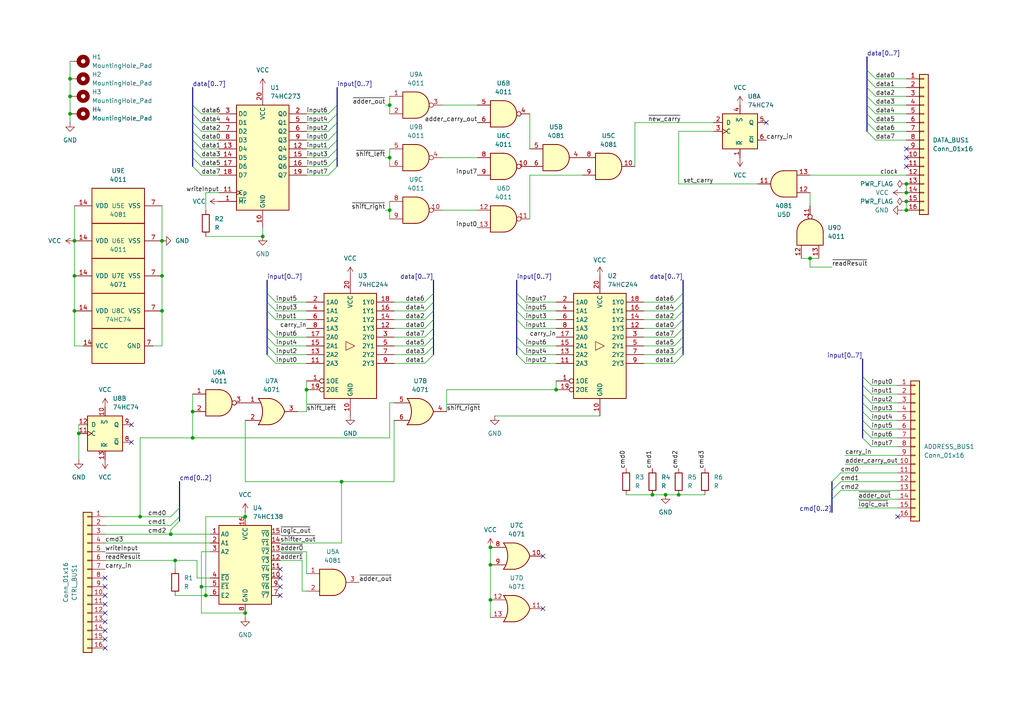
<source format=kicad_sch>
(kicad_sch (version 20250114) (generator "eeschema") (generator_version "9.0")
  (paper "A4")
  (title_block (title "PC-04 ALU Backplane") (date "2025-02-20") (rev "A"))
  (junction (at 21.59 69.85))
  (junction (at 58.42 170.18))
  (junction (at 55.88 127))
  (junction (at 142.24 163.83))
  (junction (at 21.59 90.17))
  (junction (at 71.12 177.8))
  (junction (at 49.53 154.94))
  (junction (at 46.99 80.01))
  (junction (at 234.95 74.93))
  (junction (at 20.32 33.02))
  (junction (at 262.89 53.34))
  (junction (at 46.99 69.85))
  (junction (at 21.59 80.01))
  (junction (at 50.8 162.56))
  (junction (at 59.69 172.72))
  (junction (at 20.32 27.94))
  (junction (at 76.2 68.58))
  (junction (at 40.64 149.86))
  (junction (at 99.06 139.7))
  (junction (at 46.99 90.17))
  (junction (at 262.89 58.42))
  (junction (at 55.88 119.38))
  (junction (at 142.24 158.75))
  (junction (at 88.9 113.03))
  (junction (at 196.85 143.51))
  (junction (at 161.29 113.03))
  (junction (at 189.23 143.51))
  (junction (at 22.86 125.73))
  (junction (at 113.03 60.96))
  (junction (at 20.32 22.86))
  (junction (at 142.24 173.99))
  (junction (at 262.89 55.88))
  (junction (at 113.03 45.72))
  (junction (at 262.89 60.96))
  (junction (at 193.04 143.51))
  (junction (at 71.12 149.86))
  (junction (at 113.03 30.48))
  (no_connect (at 30.48 170.18))
  (no_connect (at 262.89 48.26))
  (no_connect (at 30.48 187.96))
  (no_connect (at 262.89 43.18))
  (no_connect (at 222.25 35.56))
  (no_connect (at 262.89 45.72))
  (no_connect (at 30.48 167.64))
  (no_connect (at 30.48 182.88))
  (no_connect (at 38.1 128.27))
  (no_connect (at 30.48 185.42))
  (no_connect (at 30.48 180.34))
  (no_connect (at 81.28 167.64))
  (no_connect (at 81.28 170.18))
  (no_connect (at 30.48 172.72))
  (no_connect (at 157.48 176.53))
  (no_connect (at 30.48 175.26))
  (no_connect (at 30.48 177.8))
  (no_connect (at 81.28 172.72))
  (no_connect (at 157.48 161.29))
  (no_connect (at 81.28 165.1))
  (no_connect (at 260.35 149.86))
  (no_connect (at 38.1 123.19))
  (bus_entry (at 149.86 90.17) (size 2.54 2.54))
  (bus_entry (at 241.3 142.24) (size 2.54 -2.54))
  (bus_entry (at 77.47 90.17) (size 2.54 2.54))
  (bus_entry (at 251.46 20.32) (size 2.54 2.54))
  (bus_entry (at 55.88 30.48) (size 2.54 2.54))
  (bus_entry (at 77.47 85.09) (size 2.54 2.54))
  (bus_entry (at 55.88 35.56) (size 2.54 2.54))
  (bus_entry (at 149.86 85.09) (size 2.54 2.54))
  (bus_entry (at 251.46 33.02) (size 2.54 2.54))
  (bus_entry (at 77.47 95.25) (size 2.54 2.54))
  (bus_entry (at 97.79 43.18) (size -2.54 2.54))
  (bus_entry (at 251.46 22.86) (size 2.54 2.54))
  (bus_entry (at 97.79 35.56) (size -2.54 2.54))
  (bus_entry (at 198.12 95.25) (size -2.54 2.54))
  (bus_entry (at 198.12 92.71) (size -2.54 2.54))
  (bus_entry (at 97.79 30.48) (size -2.54 2.54))
  (bus_entry (at 125.73 100.33) (size -2.54 2.54))
  (bus_entry (at 97.79 45.72) (size -2.54 2.54))
  (bus_entry (at 149.86 87.63) (size 2.54 2.54))
  (bus_entry (at 55.88 48.26) (size 2.54 2.54))
  (bus_entry (at 251.46 25.4) (size 2.54 2.54))
  (bus_entry (at 250.19 119.38) (size 2.54 2.54))
  (bus_entry (at 77.47 100.33) (size 2.54 2.54))
  (bus_entry (at 251.46 35.56) (size 2.54 2.54))
  (bus_entry (at 149.86 100.33) (size 2.54 2.54))
  (bus_entry (at 125.73 87.63) (size -2.54 2.54))
  (bus_entry (at 198.12 85.09) (size -2.54 2.54))
  (bus_entry (at 250.19 127) (size 2.54 2.54))
  (bus_entry (at 49.53 153.67) (size 2.54 -2.54))
  (bus_entry (at 97.79 48.26) (size -2.54 2.54))
  (bus_entry (at 125.73 90.17) (size -2.54 2.54))
  (bus_entry (at 241.3 144.78) (size 2.54 -2.54))
  (bus_entry (at 198.12 97.79) (size -2.54 2.54))
  (bus_entry (at 125.73 85.09) (size -2.54 2.54))
  (bus_entry (at 250.19 114.3) (size 2.54 2.54))
  (bus_entry (at 250.19 116.84) (size 2.54 2.54))
  (bus_entry (at 198.12 90.17) (size -2.54 2.54))
  (bus_entry (at 250.19 124.46) (size 2.54 2.54))
  (bus_entry (at 55.88 38.1) (size 2.54 2.54))
  (bus_entry (at 149.86 97.79) (size 2.54 2.54))
  (bus_entry (at 241.3 139.7) (size 2.54 -2.54))
  (bus_entry (at 55.88 43.18) (size 2.54 2.54))
  (bus_entry (at 125.73 102.87) (size -2.54 2.54))
  (bus_entry (at 251.46 38.1) (size 2.54 2.54))
  (bus_entry (at 198.12 87.63) (size -2.54 2.54))
  (bus_entry (at 198.12 102.87) (size -2.54 2.54))
  (bus_entry (at 97.79 38.1) (size -2.54 2.54))
  (bus_entry (at 77.47 97.79) (size 2.54 2.54))
  (bus_entry (at 198.12 100.33) (size -2.54 2.54))
  (bus_entry (at 251.46 30.48) (size 2.54 2.54))
  (bus_entry (at 250.19 121.92) (size 2.54 2.54))
  (bus_entry (at 52.07 149.86) (size -2.54 2.54))
  (bus_entry (at 125.73 97.79) (size -2.54 2.54))
  (bus_entry (at 55.88 33.02) (size 2.54 2.54))
  (bus_entry (at 251.46 27.94) (size 2.54 2.54))
  (bus_entry (at 55.88 40.64) (size 2.54 2.54))
  (bus_entry (at 77.47 102.87) (size 2.54 2.54))
  (bus_entry (at 55.88 45.72) (size 2.54 2.54))
  (bus_entry (at 77.47 87.63) (size 2.54 2.54))
  (bus_entry (at 149.86 92.71) (size 2.54 2.54))
  (bus_entry (at 250.19 109.22) (size 2.54 2.54))
  (bus_entry (at 149.86 102.87) (size 2.54 2.54))
  (bus_entry (at 97.79 40.64) (size -2.54 2.54))
  (bus_entry (at 125.73 95.25) (size -2.54 2.54))
  (bus_entry (at 250.19 111.76) (size 2.54 2.54))
  (bus_entry (at 52.07 147.32) (size -2.54 2.54))
  (bus_entry (at 97.79 33.02) (size -2.54 2.54))
  (bus_entry (at 125.73 92.71) (size -2.54 2.54))
  (wire (pts (xy 234.95 55.88) (xy 234.95 59.69)))
  (bus (pts (xy 198.12 81.28) (xy 198.12 85.09)))
  (wire (pts (xy 123.19 105.41) (xy 114.3 105.41)))
  (wire (pts (xy 252.73 121.92) (xy 260.35 121.92)))
  (wire (pts (xy 46.99 69.85) (xy 46.99 80.01)))
  (bus (pts (xy 97.79 35.56) (xy 97.79 38.1)))
  (wire (pts (xy 71.12 139.7) (xy 99.06 139.7)))
  (wire (pts (xy 58.42 48.26) (xy 63.5 48.26)))
  (bus (pts (xy 97.79 40.64) (xy 97.79 43.18)))
  (wire (pts (xy 58.42 35.56) (xy 63.5 35.56)))
  (wire (pts (xy 152.4 87.63) (xy 161.29 87.63)))
  (wire (pts (xy 58.42 33.02) (xy 63.5 33.02)))
  (wire (pts (xy 261.62 60.96) (xy 262.89 60.96)))
  (wire (pts (xy 87.63 162.56) (xy 87.63 171.45)))
  (wire (pts (xy 254 40.64) (xy 262.89 40.64)))
  (wire (pts (xy 196.85 38.1) (xy 207.01 38.1)))
  (bus (pts (xy 149.86 81.28) (xy 149.86 85.09)))
  (wire (pts (xy 71.12 121.92) (xy 71.12 139.7)))
  (wire (pts (xy 57.15 167.64) (xy 60.96 167.64)))
  (wire (pts (xy 30.48 152.4) (xy 49.53 152.4)))
  (wire (pts (xy 80.01 105.41) (xy 88.9 105.41)))
  (wire (pts (xy 152.4 95.25) (xy 161.29 95.25)))
  (wire (pts (xy 252.73 116.84) (xy 260.35 116.84)))
  (wire (pts (xy 243.84 139.7) (xy 260.35 139.7)))
  (bus (pts (xy 97.79 43.18) (xy 97.79 45.72)))
  (bus (pts (xy 198.12 100.33) (xy 198.12 102.87)))
  (bus (pts (xy 149.86 92.71) (xy 149.86 97.79)))
  (wire (pts (xy 152.4 92.71) (xy 161.29 92.71)))
  (bus (pts (xy 55.88 35.56) (xy 55.88 38.1)))
  (wire (pts (xy 123.19 90.17) (xy 114.3 90.17)))
  (wire (pts (xy 152.4 100.33) (xy 161.29 100.33)))
  (wire (pts (xy 161.29 110.49) (xy 161.29 113.03)))
  (wire (pts (xy 88.9 113.03) (xy 88.9 119.38)))
  (wire (pts (xy 234.95 77.47) (xy 234.95 74.93)))
  (bus (pts (xy 251.46 35.56) (xy 251.46 38.1)))
  (wire (pts (xy 113.03 58.42) (xy 113.03 60.96)))
  (wire (pts (xy 58.42 160.02) (xy 60.96 160.02)))
  (wire (pts (xy 49.53 153.67) (xy 49.53 154.94)))
  (wire (pts (xy 80.01 92.71) (xy 88.9 92.71)))
  (bus (pts (xy 250.19 119.38) (xy 250.19 121.92)))
  (wire (pts (xy 88.9 33.02) (xy 95.25 33.02)))
  (wire (pts (xy 152.4 90.17) (xy 161.29 90.17)))
  (bus (pts (xy 125.73 81.28) (xy 125.73 85.09)))
  (bus (pts (xy 241.3 142.24) (xy 241.3 144.78)))
  (wire (pts (xy 20.32 27.94) (xy 20.32 33.02)))
  (wire (pts (xy 57.15 162.56) (xy 57.15 167.64)))
  (wire (pts (xy 20.32 17.78) (xy 20.32 22.86)))
  (wire (pts (xy 241.3 77.47) (xy 234.95 77.47)))
  (wire (pts (xy 88.9 45.72) (xy 95.25 45.72)))
  (bus (pts (xy 250.19 111.76) (xy 250.19 114.3)))
  (bus (pts (xy 250.19 124.46) (xy 250.19 127)))
  (wire (pts (xy 195.58 102.87) (xy 186.69 102.87)))
  (wire (pts (xy 44.45 100.33) (xy 46.99 100.33)))
  (wire (pts (xy 254 25.4) (xy 262.89 25.4)))
  (bus (pts (xy 125.73 85.09) (xy 125.73 87.63)))
  (wire (pts (xy 111.76 60.96) (xy 113.03 60.96)))
  (wire (pts (xy 153.67 33.02) (xy 153.67 43.18)))
  (wire (pts (xy 252.73 114.3) (xy 260.35 114.3)))
  (bus (pts (xy 125.73 92.71) (xy 125.73 95.25)))
  (wire (pts (xy 195.58 105.41) (xy 186.69 105.41)))
  (wire (pts (xy 80.01 90.17) (xy 88.9 90.17)))
  (wire (pts (xy 80.01 102.87) (xy 88.9 102.87)))
  (bus (pts (xy 250.19 114.3) (xy 250.19 116.84)))
  (wire (pts (xy 245.11 134.62) (xy 260.35 134.62)))
  (bus (pts (xy 149.86 87.63) (xy 149.86 90.17)))
  (wire (pts (xy 88.9 35.56) (xy 95.25 35.56)))
  (bus (pts (xy 125.73 90.17) (xy 125.73 92.71)))
  (wire (pts (xy 88.9 48.26) (xy 95.25 48.26)))
  (wire (pts (xy 113.03 60.96) (xy 113.03 63.5)))
  (bus (pts (xy 149.86 100.33) (xy 149.86 102.87)))
  (wire (pts (xy 21.59 80.01) (xy 21.59 90.17)))
  (wire (pts (xy 234.95 74.93) (xy 237.49 74.93)))
  (bus (pts (xy 198.12 90.17) (xy 198.12 92.71)))
  (wire (pts (xy 195.58 87.63) (xy 186.69 87.63)))
  (bus (pts (xy 77.47 87.63) (xy 77.47 90.17)))
  (bus (pts (xy 52.07 139.7) (xy 52.07 147.32)))
  (bus (pts (xy 149.86 90.17) (xy 149.86 92.71)))
  (wire (pts (xy 243.84 142.24) (xy 260.35 142.24)))
  (bus (pts (xy 97.79 25.4) (xy 97.79 30.48)))
  (wire (pts (xy 50.8 162.56) (xy 50.8 165.1)))
  (wire (pts (xy 128.27 60.96) (xy 138.43 60.96)))
  (wire (pts (xy 88.9 50.8) (xy 95.25 50.8)))
  (bus (pts (xy 251.46 25.4) (xy 251.46 27.94)))
  (bus (pts (xy 97.79 45.72) (xy 97.79 48.26)))
  (bus (pts (xy 52.07 149.86) (xy 52.07 151.13)))
  (wire (pts (xy 111.76 30.48) (xy 113.03 30.48)))
  (wire (pts (xy 123.19 95.25) (xy 114.3 95.25)))
  (wire (pts (xy 254 27.94) (xy 262.89 27.94)))
  (wire (pts (xy 113.03 30.48) (xy 113.03 33.02)))
  (wire (pts (xy 55.88 119.38) (xy 55.88 114.3)))
  (wire (pts (xy 50.8 162.56) (xy 57.15 162.56)))
  (wire (pts (xy 59.69 172.72) (xy 60.96 172.72)))
  (wire (pts (xy 30.48 162.56) (xy 50.8 162.56)))
  (bus (pts (xy 198.12 85.09) (xy 198.12 87.63)))
  (wire (pts (xy 71.12 177.8) (xy 71.12 179.07)))
  (wire (pts (xy 50.8 172.72) (xy 59.69 172.72)))
  (bus (pts (xy 55.88 25.4) (xy 55.88 30.48)))
  (wire (pts (xy 113.03 27.94) (xy 113.03 30.48)))
  (wire (pts (xy 88.9 43.18) (xy 95.25 43.18)))
  (wire (pts (xy 58.42 40.64) (xy 63.5 40.64)))
  (bus (pts (xy 251.46 22.86) (xy 251.46 25.4)))
  (wire (pts (xy 248.92 144.78) (xy 260.35 144.78)))
  (wire (pts (xy 24.13 100.33) (xy 21.59 100.33)))
  (wire (pts (xy 22.86 123.19) (xy 22.86 125.73)))
  (wire (pts (xy 123.19 102.87) (xy 114.3 102.87)))
  (wire (pts (xy 129.54 119.38) (xy 129.54 113.03)))
  (bus (pts (xy 77.47 100.33) (xy 77.47 102.87)))
  (bus (pts (xy 198.12 95.25) (xy 198.12 97.79)))
  (bus (pts (xy 125.73 87.63) (xy 125.73 90.17)))
  (bus (pts (xy 52.07 147.32) (xy 52.07 149.86)))
  (bus (pts (xy 149.86 85.09) (xy 149.86 87.63)))
  (bus (pts (xy 97.79 38.1) (xy 97.79 40.64)))
  (bus (pts (xy 251.46 16.51) (xy 251.46 20.32)))
  (wire (pts (xy 254 30.48) (xy 262.89 30.48)))
  (wire (pts (xy 46.99 100.33) (xy 46.99 90.17)))
  (wire (pts (xy 128.27 45.72) (xy 138.43 45.72)))
  (wire (pts (xy 99.06 139.7) (xy 114.3 139.7)))
  (wire (pts (xy 81.28 160.02) (xy 88.9 160.02)))
  (bus (pts (xy 198.12 97.79) (xy 198.12 100.33)))
  (bus (pts (xy 250.19 104.14) (xy 250.19 109.22)))
  (wire (pts (xy 195.58 95.25) (xy 186.69 95.25)))
  (wire (pts (xy 58.42 45.72) (xy 63.5 45.72)))
  (bus (pts (xy 55.88 45.72) (xy 55.88 48.26)))
  (wire (pts (xy 254 35.56) (xy 262.89 35.56)))
  (wire (pts (xy 30.48 154.94) (xy 49.53 154.94)))
  (wire (pts (xy 59.69 149.86) (xy 59.69 172.72)))
  (wire (pts (xy 196.85 53.34) (xy 196.85 38.1)))
  (wire (pts (xy 189.23 143.51) (xy 193.04 143.51)))
  (wire (pts (xy 245.11 132.08) (xy 260.35 132.08)))
  (bus (pts (xy 250.19 116.84) (xy 250.19 119.38)))
  (wire (pts (xy 21.59 69.85) (xy 21.59 80.01)))
  (wire (pts (xy 254 33.02) (xy 262.89 33.02)))
  (wire (pts (xy 59.69 55.88) (xy 59.69 60.96)))
  (wire (pts (xy 76.2 66.04) (xy 76.2 68.58)))
  (bus (pts (xy 55.88 38.1) (xy 55.88 40.64)))
  (wire (pts (xy 195.58 97.79) (xy 186.69 97.79)))
  (wire (pts (xy 193.04 143.51) (xy 196.85 143.51)))
  (wire (pts (xy 152.4 102.87) (xy 161.29 102.87)))
  (wire (pts (xy 81.28 162.56) (xy 87.63 162.56)))
  (wire (pts (xy 123.19 87.63) (xy 114.3 87.63)))
  (wire (pts (xy 196.85 53.34) (xy 219.71 53.34)))
  (wire (pts (xy 58.42 170.18) (xy 58.42 160.02)))
  (bus (pts (xy 251.46 30.48) (xy 251.46 33.02)))
  (wire (pts (xy 22.86 125.73) (xy 22.86 133.35)))
  (bus (pts (xy 198.12 92.71) (xy 198.12 95.25)))
  (wire (pts (xy 81.28 157.48) (xy 99.06 157.48)))
  (wire (pts (xy 261.62 55.88) (xy 262.89 55.88)))
  (wire (pts (xy 113.03 127) (xy 55.88 127)))
  (wire (pts (xy 30.48 149.86) (xy 40.64 149.86)))
  (bus (pts (xy 250.19 121.92) (xy 250.19 124.46)))
  (wire (pts (xy 58.42 177.8) (xy 58.42 170.18)))
  (bus (pts (xy 251.46 33.02) (xy 251.46 35.56)))
  (bus (pts (xy 97.79 30.48) (xy 97.79 33.02)))
  (bus (pts (xy 77.47 81.28) (xy 77.47 85.09)))
  (wire (pts (xy 80.01 100.33) (xy 88.9 100.33)))
  (bus (pts (xy 125.73 95.25) (xy 125.73 97.79)))
  (wire (pts (xy 153.67 50.8) (xy 153.67 63.5)))
  (wire (pts (xy 123.19 92.71) (xy 114.3 92.71)))
  (wire (pts (xy 95.25 40.64) (xy 88.9 40.64)))
  (wire (pts (xy 58.42 38.1) (xy 63.5 38.1)))
  (bus (pts (xy 125.73 97.79) (xy 125.73 100.33)))
  (wire (pts (xy 71.12 148.59) (xy 71.12 149.86)))
  (wire (pts (xy 234.95 50.8) (xy 262.89 50.8)))
  (wire (pts (xy 80.01 87.63) (xy 88.9 87.63)))
  (wire (pts (xy 71.12 149.86) (xy 59.69 149.86)))
  (wire (pts (xy 252.73 124.46) (xy 260.35 124.46)))
  (bus (pts (xy 77.47 90.17) (xy 77.47 95.25)))
  (wire (pts (xy 181.61 143.51) (xy 189.23 143.51)))
  (wire (pts (xy 123.19 100.33) (xy 114.3 100.33)))
  (wire (pts (xy 88.9 38.1) (xy 95.25 38.1)))
  (wire (pts (xy 207.01 35.56) (xy 184.15 35.56)))
  (wire (pts (xy 113.03 45.72) (xy 113.03 48.26)))
  (bus (pts (xy 77.47 97.79) (xy 77.47 100.33)))
  (wire (pts (xy 114.3 139.7) (xy 114.3 121.92)))
  (wire (pts (xy 87.63 171.45) (xy 88.9 171.45)))
  (wire (pts (xy 21.59 59.69) (xy 21.59 69.85)))
  (bus (pts (xy 251.46 20.32) (xy 251.46 22.86)))
  (wire (pts (xy 63.5 55.88) (xy 59.69 55.88)))
  (bus (pts (xy 241.3 139.7) (xy 241.3 142.24)))
  (wire (pts (xy 254 22.86) (xy 262.89 22.86)))
  (wire (pts (xy 195.58 90.17) (xy 186.69 90.17)))
  (wire (pts (xy 49.53 154.94) (xy 60.96 154.94)))
  (bus (pts (xy 77.47 85.09) (xy 77.47 87.63)))
  (wire (pts (xy 58.42 50.8) (xy 63.5 50.8)))
  (wire (pts (xy 46.99 80.01) (xy 46.99 90.17)))
  (wire (pts (xy 252.73 119.38) (xy 260.35 119.38)))
  (bus (pts (xy 250.19 109.22) (xy 250.19 111.76)))
  (wire (pts (xy 254 38.1) (xy 262.89 38.1)))
  (bus (pts (xy 149.86 97.79) (xy 149.86 100.33)))
  (bus (pts (xy 198.12 87.63) (xy 198.12 90.17)))
  (bus (pts (xy 97.79 33.02) (xy 97.79 35.56)))
  (wire (pts (xy 80.01 97.79) (xy 88.9 97.79)))
  (wire (pts (xy 195.58 92.71) (xy 186.69 92.71)))
  (wire (pts (xy 196.85 143.51) (xy 204.47 143.51)))
  (wire (pts (xy 252.73 111.76) (xy 260.35 111.76)))
  (bus (pts (xy 77.47 95.25) (xy 77.47 97.79)))
  (wire (pts (xy 243.84 137.16) (xy 260.35 137.16)))
  (wire (pts (xy 46.99 59.69) (xy 46.99 69.85)))
  (wire (pts (xy 232.41 74.93) (xy 234.95 74.93)))
  (wire (pts (xy 99.06 139.7) (xy 99.06 157.48)))
  (wire (pts (xy 128.27 30.48) (xy 138.43 30.48)))
  (bus (pts (xy 55.88 40.64) (xy 55.88 43.18)))
  (wire (pts (xy 58.42 170.18) (xy 60.96 170.18)))
  (wire (pts (xy 173.99 120.65) (xy 143.51 120.65)))
  (wire (pts (xy 262.89 58.42) (xy 262.89 60.96)))
  (wire (pts (xy 129.54 113.03) (xy 161.29 113.03)))
  (wire (pts (xy 168.91 50.8) (xy 153.67 50.8)))
  (bus (pts (xy 55.88 30.48) (xy 55.88 33.02)))
  (wire (pts (xy 113.03 43.18) (xy 113.03 45.72)))
  (wire (pts (xy 252.73 129.54) (xy 260.35 129.54)))
  (bus (pts (xy 125.73 100.33) (xy 125.73 102.87)))
  (wire (pts (xy 55.88 127) (xy 40.64 127)))
  (wire (pts (xy 88.9 119.38) (xy 86.36 119.38)))
  (wire (pts (xy 123.19 97.79) (xy 114.3 97.79)))
  (wire (pts (xy 113.03 116.84) (xy 113.03 127)))
  (wire (pts (xy 55.88 127) (xy 55.88 119.38)))
  (wire (pts (xy 142.24 163.83) (xy 142.24 173.99)))
  (wire (pts (xy 262.89 53.34) (xy 262.89 55.88)))
  (bus (pts (xy 241.3 144.78) (xy 241.3 148.59)))
  (wire (pts (xy 88.9 160.02) (xy 88.9 166.37)))
  (wire (pts (xy 114.3 116.84) (xy 113.03 116.84)))
  (wire (pts (xy 40.64 149.86) (xy 49.53 149.86)))
  (wire (pts (xy 142.24 173.99) (xy 142.24 179.07)))
  (bus (pts (xy 251.46 27.94) (xy 251.46 30.48)))
  (wire (pts (xy 184.15 35.56) (xy 184.15 48.26)))
  (wire (pts (xy 71.12 177.8) (xy 58.42 177.8)))
  (wire (pts (xy 111.76 45.72) (xy 113.03 45.72)))
  (wire (pts (xy 21.59 100.33) (xy 21.59 90.17)))
  (wire (pts (xy 152.4 105.41) (xy 161.29 105.41)))
  (wire (pts (xy 58.42 43.18) (xy 63.5 43.18)))
  (wire (pts (xy 20.32 35.56) (xy 20.32 33.02)))
  (wire (pts (xy 252.73 127) (xy 260.35 127)))
  (wire (pts (xy 248.92 147.32) (xy 260.35 147.32)))
  (wire (pts (xy 59.69 68.58) (xy 76.2 68.58)))
  (wire (pts (xy 20.32 22.86) (xy 20.32 27.94)))
  (wire (pts (xy 88.9 110.49) (xy 88.9 113.03)))
  (wire (pts (xy 142.24 158.75) (xy 142.24 163.83)))
  (bus (pts (xy 55.88 33.02) (xy 55.88 35.56)))
  (wire (pts (xy 195.58 100.33) (xy 186.69 100.33)))
  (wire (pts (xy 30.48 157.48) (xy 60.96 157.48)))
  (bus (pts (xy 55.88 43.18) (xy 55.88 45.72)))
  (wire (pts (xy 40.64 127) (xy 40.64 149.86)))
  (label "data6" (at 58.42 33.02 0))
  (label "input3" (at 252.73 119.38 0))
  (label "data3" (at 58.42 45.72 0))
  (label "data3" (at 254 30.48 0))
  (label "cmd2" (at 196.85 135.89 90))
  (label "~{readResult}" (at 241.3 77.47 0))
  (label "data3" (at 123.19 102.87 180))
  (label "cmd2" (at 243.84 142.24 0))
  (label "~{shift_left}" (at 88.9 119.38 0))
  (label "~{adder1}" (at 81.28 162.56 0))
  (label "input7" (at 88.9 50.8 0))
  (label "carry_in" (at 245.11 132.08 0))
  (label "data3" (at 195.58 102.87 180))
  (label "carry_in" (at 161.29 97.79 180))
  (label "~{logic_out}" (at 248.92 147.32 0))
  (label "input0" (at 138.43 66.04 180))
  (label "input4" (at 252.73 121.92 0))
  (label "input3" (at 152.4 92.71 0))
  (label "cmd[0..2]" (at 52.07 139.7 0))
  (label "~{adder_out}" (at 248.92 144.78 0))
  (label "writeInput" (at 63.5 55.88 180))
  (label "input1" (at 252.73 114.3 0))
  (label "input0" (at 88.9 40.64 0))
  (label "data[0..7]" (at 198.12 81.28 180))
  (label "cmd1" (at 189.23 135.89 90))
  (label "data6" (at 123.19 87.63 180))
  (label "input0" (at 252.73 111.76 0))
  (label "~{readResult}" (at 30.48 162.56 0))
  (label "data[0..7]" (at 55.88 25.4 0))
  (label "input6" (at 252.73 127 0))
  (label "input7" (at 152.4 87.63 0))
  (label "carry_in" (at 222.25 40.64 0))
  (label "data2" (at 195.58 92.71 180))
  (label "input7" (at 252.73 129.54 0))
  (label "data[0..7]" (at 125.73 81.28 180))
  (label "data1" (at 123.19 105.41 180))
  (label "data5" (at 195.58 100.33 180))
  (label "data1" (at 195.58 105.41 180))
  (label "cmd0" (at 243.84 137.16 0))
  (label "input6" (at 88.9 33.02 0))
  (label "data5" (at 254 35.56 0))
  (label "~{adder_out}" (at 111.76 30.48 180))
  (label "cmd[0..2]" (at 241.3 148.59 180))
  (label "input4" (at 88.9 35.56 0))
  (label "~{shift_left}" (at 111.76 45.72 180))
  (label "data0" (at 123.19 95.25 180))
  (label "data1" (at 58.42 43.18 0))
  (label "input[0..7]" (at 97.79 25.4 0))
  (label "input0" (at 80.01 105.41 0))
  (label "input3" (at 80.01 90.17 0))
  (label "input5" (at 152.4 90.17 0))
  (label "data7" (at 254 40.64 0))
  (label "data4" (at 254 33.02 0))
  (label "input2" (at 252.73 116.84 0))
  (label "input7" (at 138.43 50.8 180))
  (label "data7" (at 195.58 97.79 180))
  (label "input5" (at 88.9 48.26 0))
  (label "cmd3" (at 204.47 135.89 90))
  (label "data0" (at 195.58 95.25 180))
  (label "input2" (at 88.9 38.1 0))
  (label "input1" (at 152.4 95.25 0))
  (label "data2" (at 254 27.94 0))
  (label "data2" (at 58.42 38.1 0))
  (label "data7" (at 58.42 50.8 0))
  (label "~{shifter_out}" (at 81.28 157.48 0))
  (label "~{new_carry}" (at 187.96 35.56 0))
  (label "cmd0" (at 181.61 135.89 90))
  (label "~{shift_right}" (at 129.54 119.38 0))
  (label "set_carry" (at 198.12 53.34 0))
  (label "input[0..7]" (at 77.47 81.28 0))
  (label "data5" (at 123.19 100.33 180))
  (label "input3" (at 88.9 45.72 0))
  (label "input2" (at 152.4 105.41 0))
  (label "data0" (at 58.42 40.64 0))
  (label "input5" (at 252.73 124.46 0))
  (label "writeInput" (at 30.48 160.02 0))
  (label "data6" (at 195.58 87.63 180))
  (label "clock" (at 255.27 50.8 0))
  (label "carry_in" (at 88.9 95.25 180))
  (label "~{adder0}" (at 81.28 160.02 0))
  (label "input6" (at 152.4 100.33 0))
  (label "input4" (at 152.4 102.87 0))
  (label "input5" (at 80.01 87.63 0))
  (label "adder_carry_out" (at 245.11 134.62 0))
  (label "input2" (at 80.01 102.87 0))
  (label "input6" (at 80.01 97.79 0))
  (label "data[0..7]" (at 251.46 16.51 0))
  (label "data2" (at 123.19 92.71 180))
  (label "input1" (at 80.01 92.71 0))
  (label "~{logic_out}" (at 81.28 154.94 0))
  (label "input1" (at 88.9 43.18 0))
  (label "input4" (at 80.01 100.33 0))
  (label "data4" (at 58.42 35.56 0))
  (label "cmd0" (at 48.26 149.86 180))
  (label "~{adder_out}" (at 104.14 168.91 0))
  (label "data1" (at 254 25.4 0))
  (label "carry_in" (at 30.48 165.1 0))
  (label "data7" (at 123.19 97.79 180))
  (label "data6" (at 254 38.1 0))
  (label "~{shift_right}" (at 111.76 60.96 180))
  (label "input[0..7]" (at 149.86 81.28 0))
  (label "cmd1" (at 243.84 139.7 0))
  (label "cmd3" (at 30.48 157.48 0))
  (label "data4" (at 195.58 90.17 180))
  (label "data5" (at 58.42 48.26 0))
  (label "cmd1" (at 48.26 152.4 180))
  (label "data4" (at 123.19 90.17 180))
  (label "adder_carry_out" (at 138.43 35.56 180))
  (label "cmd2" (at 48.26 154.94 180))
  (label "input[0..7]" (at 250.19 104.14 180))
  (label "data0" (at 254 22.86 0))
  (symbol (lib_id "power:VCC") (at 214.63 45.72 180) (unit 1)
    (property "Reference" "#PWR012" (effects (hide yes)))
    (property "Value" "VCC" (at 214.63 50.8 0))
    (property "Description" "Power symbol creates a global label with name \"VCC\"" (effects (hide yes)))
  )
  (symbol (lib_id "74xx:74HC273") (at 76.2 45.72 0) (unit 1)
    (property "Reference" "U1" (at 78.3941 25.4 0) (effects (justify left)))
    (property "Value" "74HC273" (at 78.3941 27.94 0) (effects (justify left)))
    (property "Footprint" "Package_DIP:DIP-20_W7.62mm_LongPads" (effects (hide yes)))
    (property "Datasheet" "https://assets.nexperia.com/documents/data-sheet/74HC_HCT273.pdf" (effects (hide yes)))
    (property "Description" "8-bit D Flip-Flop, reset" (effects (hide yes)))
  )
  (symbol (lib_id "Device:R") (at 181.61 139.7 0) (unit 1)
    (property "Reference" "R3" (at 184.15 138.4299 0) (effects (justify left)))
    (property "Value" "R" (at 184.15 140.9699 0) (effects (justify left)))
    (property "Footprint" "Resistor_SMD:R_0603_1608Metric" (effects (hide yes)))
    (property "Description" "Resistor" (effects (hide yes)))
  )
  (symbol (lib_id "74xx:74HC138") (at 71.12 165.1 0) (unit 1)
    (property "Reference" "U4" (at 73.3141 147.32 0) (effects (justify left)))
    (property "Value" "74HC138" (at 73.3141 149.86 0) (effects (justify left)))
    (property "Footprint" "Package_DIP:DIP-16_W7.62mm_LongPads" (effects (hide yes)))
    (property "Datasheet" "http://www.ti.com/lit/ds/symlink/cd74hc238.pdf" (effects (hide yes)))
    (property "Description" "3-to-8 line decoder/multiplexer inverting, DIP-16/SOIC-16/SSOP-16" (effects (hide yes)))
  )
  (symbol (lib_id "power:VCC") (at 30.48 133.35 180) (unit 1)
    (property "Reference" "#PWR016" (effects (hide yes)))
    (property "Value" "VCC" (at 30.48 138.43 0))
    (property "Description" "Power symbol creates a global label with name \"VCC\"" (effects (hide yes)))
  )
  (symbol (lib_id "power:VCC") (at 63.5 58.42 90) (unit 1)
    (property "Reference" "#PWR014" (effects (hide yes)))
    (property "Value" "VCC" (at 59.69 58.4199 90) (effects (justify left)))
    (property "Description" "Power symbol creates a global label with name \"VCC\"" (effects (hide yes)))
  )
  (symbol (lib_id "4xxx:4071") (at 78.74 119.38 0) (unit 1)
    (property "Reference" "U7" (at 78.74 110.49 0))
    (property "Value" "4071" (at 78.74 113.03 0))
    (property "Footprint" "Package_DIP:DIP-14_W7.62mm_LongPads" (effects (hide yes)))
    (property "Datasheet" "http://www.intersil.com/content/dam/Intersil/documents/cd40/cd4071bms-72bms-75bms.pdf" (effects (hide yes)))
    (property "Description" "Quad Or 2 inputs" (effects (hide yes)))
  )
  (symbol (lib_id "74xx:74HC244") (at 173.99 100.33 0) (unit 1)
    (property "Reference" "U2" (at 176.1841 80.01 0) (effects (justify left)))
    (property "Value" "74HC244" (at 176.1841 82.55 0) (effects (justify left)))
    (property "Footprint" "Package_DIP:DIP-20_W7.62mm_LongPads" (effects (hide yes)))
    (property "Datasheet" "https://assets.nexperia.com/documents/data-sheet/74HC_HCT244.pdf" (effects (hide yes)))
    (property "Description" "8-bit Buffer/Line Driver 3-state" (effects (hide yes)))
  )
  (symbol (lib_id "Device:R") (at 204.47 139.7 0) (unit 1)
    (property "Reference" "R6" (at 207.01 138.4299 0) (effects (justify left)))
    (property "Value" "R" (at 207.01 140.9699 0) (effects (justify left)))
    (property "Footprint" "Resistor_SMD:R_0603_1608Metric" (effects (hide yes)))
    (property "Description" "Resistor" (effects (hide yes)))
  )
  (symbol (lib_id "Device:R") (at 59.69 64.77 0) (unit 1)
    (property "Reference" "R2" (at 62.23 63.4999 0) (effects (justify left)))
    (property "Value" "R" (at 62.23 66.0399 0) (effects (justify left)))
    (property "Footprint" "Resistor_SMD:R_0603_1608Metric" (effects (hide yes)))
    (property "Description" "Resistor" (effects (hide yes)))
  )
  (symbol (lib_id "power:VCC") (at 214.63 30.48 0) (unit 1)
    (property "Reference" "#PWR011" (effects (hide yes)))
    (property "Value" "VCC" (at 214.63 25.4 0))
    (property "Description" "Power symbol creates a global label with name \"VCC\"" (effects (hide yes)))
  )
  (symbol (lib_id "power:VCC") (at 71.12 148.59 0) (unit 1)
    (property "Reference" "#PWR03" (effects (hide yes)))
    (property "Value" "VCC" (at 71.12 143.51 0))
    (property "Description" "Power symbol creates a global label with name \"VCC\"" (effects (hide yes)))
  )
  (symbol (lib_id "power:PWR_FLAG") (at 262.89 53.34 90) (unit 1)
    (property "Reference" "#FLG01" (effects (hide yes)))
    (property "Value" "PWR_FLAG" (at 259.08 53.3399 90) (effects (justify left)))
    (property "Description" "Special symbol for telling ERC where power comes from" (effects (hide yes)))
  )
  (symbol (lib_id "power:GND") (at 71.12 179.07 0) (unit 1)
    (property "Reference" "#PWR01" (effects (hide yes)))
    (property "Value" "GND" (at 71.12 184.15 0))
    (property "Description" "Power symbol creates a global label with name \"GND\" , ground" (effects (hide yes)))
  )
  (symbol (lib_id "power:VCC") (at 76.2 25.4 0) (unit 1)
    (property "Reference" "#PWR04" (effects (hide yes)))
    (property "Value" "VCC" (at 76.2 20.32 0))
    (property "Description" "Power symbol creates a global label with name \"VCC\"" (effects (hide yes)))
  )
  (symbol (lib_id "power:GND") (at 46.99 69.85 90) (unit 1)
    (property "Reference" "#PWR09" (effects (hide yes)))
    (property "Value" "GND" (at 50.8 69.8499 90) (effects (justify right)))
    (property "Description" "Power symbol creates a global label with name \"GND\" , ground" (effects (hide yes)))
  )
  (symbol (lib_id "74xx:74HC74") (at 214.63 38.1 0) (unit 1)
    (property "Reference" "U8" (at 216.8241 27.94 0) (effects (justify left)))
    (property "Value" "74HC74" (at 216.8241 30.48 0) (effects (justify left)))
    (property "Footprint" "Package_DIP:DIP-14_W7.62mm_LongPads" (effects (hide yes)))
    (property "Datasheet" "74xx/74hc_hct74.pdf" (effects (hide yes)))
    (property "Description" "Dual D Flip-flop, Set & Reset" (effects (hide yes)))
  )
  (symbol (lib_id "4xxx:4081") (at 227.33 53.34 180) (unit 4)
    (property "Reference" "U5" (at 227.3383 62.23 0))
    (property "Value" "4081" (at 227.3383 59.69 0))
    (property "Footprint" "Package_DIP:DIP-14_W7.62mm_LongPads" (effects (hide yes)))
    (property "Datasheet" "http://www.intersil.com/content/dam/Intersil/documents/cd40/cd4073bms-81bms-82bms.pdf" (effects (hide yes)))
    (property "Description" "Quad And 2 inputs" (effects (hide yes)))
  )
  (symbol (lib_id "74xx:74HC74") (at 34.29 100.33 90) (unit 3)
    (property "Reference" "U8" (at 34.29 90.17 90))
    (property "Value" "74HC74" (at 34.29 92.71 90))
    (property "Footprint" "Package_DIP:DIP-14_W7.62mm_LongPads" (effects (hide yes)))
    (property "Datasheet" "74xx/74hc_hct74.pdf" (effects (hide yes)))
    (property "Description" "Dual D Flip-flop, Set & Reset" (effects (hide yes)))
  )
  (symbol (lib_id "Mechanical:MountingHole_Pad") (at 22.86 22.86 270) (unit 1) (exclude_from_sim yes) (in_bom no)
    (property "Reference" "H2" (at 26.67 21.5899 90) (effects (justify left)))
    (property "Value" "MountingHole_Pad" (at 26.67 24.1299 90) (effects (justify left)))
    (property "Footprint" "MountingHole:MountingHole_3.2mm_M3_Pad_Via" (effects (hide yes)))
    (property "Description" "Mounting Hole with connection" (effects (hide yes)))
  )
  (symbol (lib_id "4xxx:4081") (at 176.53 48.26 0) (unit 3)
    (property "Reference" "U5" (at 176.5217 39.37 0))
    (property "Value" "4081" (at 176.5217 41.91 0))
    (property "Footprint" "Package_DIP:DIP-14_W7.62mm_LongPads" (effects (hide yes)))
    (property "Datasheet" "http://www.intersil.com/content/dam/Intersil/documents/cd40/cd4073bms-81bms-82bms.pdf" (effects (hide yes)))
    (property "Description" "Quad And 2 inputs" (effects (hide yes)))
  )
  (symbol (lib_id "power:GND") (at 101.6 120.65 0) (unit 1)
    (property "Reference" "#PWR05" (effects (hide yes)))
    (property "Value" "GND" (at 101.6 125.73 0))
    (property "Description" "Power symbol creates a global label with name \"GND\" , ground" (effects (hide yes)))
  )
  (symbol (lib_id "4xxx:4011") (at 120.65 45.72 0) (unit 2)
    (property "Reference" "U9" (at 120.6417 36.83 0))
    (property "Value" "4011" (at 120.6417 39.37 0))
    (property "Footprint" "Package_DIP:DIP-14_W7.62mm_LongPads" (effects (hide yes)))
    (property "Datasheet" "http://www.intersil.com/content/dam/Intersil/documents/cd40/cd4011bms-12bms-23bms.pdf" (effects (hide yes)))
    (property "Description" "Quad Nand 2 inputs" (effects (hide yes)))
  )
  (symbol (lib_id "Mechanical:MountingHole_Pad") (at 22.86 17.78 270) (unit 1) (exclude_from_sim yes) (in_bom no)
    (property "Reference" "H1" (at 26.67 16.5099 90) (effects (justify left)))
    (property "Value" "MountingHole_Pad" (at 26.67 19.0499 90) (effects (justify left)))
    (property "Footprint" "MountingHole:MountingHole_3.2mm_M3_Pad_Via" (effects (hide yes)))
    (property "Description" "Mounting Hole with connection" (effects (hide yes)))
  )
  (symbol (lib_id "4xxx:4011") (at 34.29 80.01 90) (unit 5)
    (property "Reference" "U6" (at 34.29 69.85 90))
    (property "Value" "4011" (at 34.29 72.39 90))
    (property "Footprint" "Package_DIP:DIP-14_W7.62mm_LongPads" (effects (hide yes)))
    (property "Datasheet" "http://www.intersil.com/content/dam/Intersil/documents/cd40/cd4011bms-12bms-23bms.pdf" (effects (hide yes)))
    (property "Description" "Quad Nand 2 inputs" (effects (hide yes)))
  )
  (symbol (lib_id "4xxx:4071") (at 34.29 90.17 90) (unit 5)
    (property "Reference" "U7" (at 34.29 80.01 90))
    (property "Value" "4071" (at 34.29 82.55 90))
    (property "Footprint" "Package_DIP:DIP-14_W7.62mm_LongPads" (effects (hide yes)))
    (property "Datasheet" "http://www.intersil.com/content/dam/Intersil/documents/cd40/cd4071bms-72bms-75bms.pdf" (effects (hide yes)))
    (property "Description" "Quad Or 2 inputs" (effects (hide yes)))
  )
  (symbol (lib_id "power:VCC") (at 142.24 158.75 0) (unit 1)
    (property "Reference" "#PWR018" (effects (hide yes)))
    (property "Value" "VCC" (at 142.24 153.67 0))
    (property "Description" "Power symbol creates a global label with name \"VCC\"" (effects (hide yes)))
  )
  (symbol (lib_id "74xx:74HC244") (at 101.6 100.33 0) (unit 1)
    (property "Reference" "U3" (at 103.7941 80.01 0) (effects (justify left)))
    (property "Value" "74HC244" (at 103.7941 82.55 0) (effects (justify left)))
    (property "Footprint" "Package_DIP:DIP-20_W7.62mm_LongPads" (effects (hide yes)))
    (property "Datasheet" "https://assets.nexperia.com/documents/data-sheet/74HC_HCT244.pdf" (effects (hide yes)))
    (property "Description" "8-bit Buffer/Line Driver 3-state" (effects (hide yes)))
  )
  (symbol (lib_id "power:GND") (at 20.32 35.56 0) (unit 1)
    (property "Reference" "#PWR013" (effects (hide yes)))
    (property "Value" "GND" (at 20.32 40.64 0))
    (property "Description" "Power symbol creates a global label with name \"GND\" , ground" (effects (hide yes)))
  )
  (symbol (lib_id "4xxx:4011") (at 34.29 59.69 90) (unit 5)
    (property "Reference" "U9" (at 34.29 49.53 90))
    (property "Value" "4011" (at 34.29 52.07 90))
    (property "Footprint" "Package_DIP:DIP-14_W7.62mm_LongPads" (effects (hide yes)))
    (property "Datasheet" "http://www.intersil.com/content/dam/Intersil/documents/cd40/cd4011bms-12bms-23bms.pdf" (effects (hide yes)))
    (property "Description" "Quad Nand 2 inputs" (effects (hide yes)))
  )
  (symbol (lib_id "power:PWR_FLAG") (at 262.89 58.42 90) (unit 1)
    (property "Reference" "#FLG02" (effects (hide yes)))
    (property "Value" "PWR_FLAG" (at 259.08 58.4199 90) (effects (justify left)))
    (property "Description" "Special symbol for telling ERC where power comes from" (effects (hide yes)))
  )
  (symbol (lib_id "4xxx:4011") (at 146.05 33.02 0) (unit 2)
    (property "Reference" "U6" (at 146.0417 24.13 0))
    (property "Value" "4011" (at 146.0417 26.67 0))
    (property "Footprint" "Package_DIP:DIP-14_W7.62mm_LongPads" (effects (hide yes)))
    (property "Datasheet" "http://www.intersil.com/content/dam/Intersil/documents/cd40/cd4011bms-12bms-23bms.pdf" (effects (hide yes)))
    (property "Description" "Quad Nand 2 inputs" (effects (hide yes)))
  )
  (symbol (lib_id "Connector_Generic:Conn_01x16") (at 267.97 40.64 0) (unit 1)
    (property "Reference" "DATA_BUS1" (at 270.51 40.6399 0) (effects (justify left)))
    (property "Value" "Conn_01x16" (at 270.51 43.1799 0) (effects (justify left)))
    (property "Footprint" "Connector_IDC:IDC-Header_2x08_P2.54mm_Horizontal" (effects (hide yes)))
    (property "Description" "Generic connector, single row, 01x16, script generated (kicad-library-utils/schlib/autogen/connector/)" (effects (hide yes)))
  )
  (symbol (lib_id "4xxx:4071") (at 149.86 176.53 0) (unit 4)
    (property "Reference" "U7" (at 149.86 167.64 0))
    (property "Value" "4071" (at 149.86 170.18 0))
    (property "Footprint" "Package_DIP:DIP-14_W7.62mm_LongPads" (effects (hide yes)))
    (property "Datasheet" "http://www.intersil.com/content/dam/Intersil/documents/cd40/cd4071bms-72bms-75bms.pdf" (effects (hide yes)))
    (property "Description" "Quad Or 2 inputs" (effects (hide yes)))
  )
  (symbol (lib_id "power:GND") (at 76.2 68.58 0) (unit 1)
    (property "Reference" "#PWR02" (effects (hide yes)))
    (property "Value" "GND" (at 76.2 73.66 0))
    (property "Description" "Power symbol creates a global label with name \"GND\" , ground" (effects (hide yes)))
  )
  (symbol (lib_id "4xxx:4011") (at 63.5 116.84 0) (unit 1)
    (property "Reference" "U6" (at 63.4917 107.95 0))
    (property "Value" "4011" (at 63.4917 110.49 0))
    (property "Footprint" "Package_DIP:DIP-14_W7.62mm_LongPads" (effects (hide yes)))
    (property "Datasheet" "http://www.intersil.com/content/dam/Intersil/documents/cd40/cd4011bms-12bms-23bms.pdf" (effects (hide yes)))
    (property "Description" "Quad Nand 2 inputs" (effects (hide yes)))
  )
  (symbol (lib_id "power:VCC") (at 101.6 80.01 0) (unit 1)
    (property "Reference" "#PWR08" (effects (hide yes)))
    (property "Value" "VCC" (at 101.6 74.93 0))
    (property "Description" "Power symbol creates a global label with name \"VCC\"" (effects (hide yes)))
  )
  (symbol (lib_id "power:GND") (at 193.04 143.51 0) (unit 1)
    (property "Reference" "#PWR019" (effects (hide yes)))
    (property "Value" "GND" (at 193.04 148.59 0))
    (property "Description" "Power symbol creates a global label with name \"GND\" , ground" (effects (hide yes)))
  )
  (symbol (lib_id "4xxx:4081") (at 161.29 45.72 0) (unit 2)
    (property "Reference" "U5" (at 161.2817 36.83 0))
    (property "Value" "4081" (at 161.2817 39.37 0))
    (property "Footprint" "Package_DIP:DIP-14_W7.62mm_LongPads" (effects (hide yes)))
    (property "Datasheet" "http://www.intersil.com/content/dam/Intersil/documents/cd40/cd4073bms-81bms-82bms.pdf" (effects (hide yes)))
    (property "Description" "Quad And 2 inputs" (effects (hide yes)))
  )
  (symbol (lib_id "Mechanical:MountingHole_Pad") (at 22.86 27.94 270) (unit 1) (exclude_from_sim yes) (in_bom no)
    (property "Reference" "H3" (at 26.67 26.6699 90) (effects (justify left)))
    (property "Value" "MountingHole_Pad" (at 26.67 29.2099 90) (effects (justify left)))
    (property "Footprint" "MountingHole:MountingHole_3.2mm_M3_Pad_Via" (effects (hide yes)))
    (property "Description" "Mounting Hole with connection" (effects (hide yes)))
  )
  (symbol (lib_id "Connector_Generic:Conn_01x16") (at 265.43 129.54 0) (unit 1)
    (property "Reference" "ADDRESS_BUS1" (at 267.97 129.5399 0) (effects (justify left)))
    (property "Value" "Conn_01x16" (at 267.97 132.0799 0) (effects (justify left)))
    (property "Footprint" "Connector_IDC:IDC-Header_2x08_P2.54mm_Horizontal" (effects (hide yes)))
    (property "Description" "Generic connector, single row, 01x16, script generated (kicad-library-utils/schlib/autogen/connector/)" (effects (hide yes)))
  )
  (symbol (lib_id "4xxx:4071") (at 149.86 161.29 0) (unit 3)
    (property "Reference" "U7" (at 149.86 152.4 0))
    (property "Value" "4071" (at 149.86 154.94 0))
    (property "Footprint" "Package_DIP:DIP-14_W7.62mm_LongPads" (effects (hide yes)))
    (property "Datasheet" "http://www.intersil.com/content/dam/Intersil/documents/cd40/cd4071bms-72bms-75bms.pdf" (effects (hide yes)))
    (property "Description" "Quad Or 2 inputs" (effects (hide yes)))
  )
  (symbol (lib_id "power:GND") (at 261.62 60.96 270) (unit 1)
    (property "Reference" "#PWR021" (effects (hide yes)))
    (property "Value" "GND" (at 257.81 60.9599 90) (effects (justify right)))
    (property "Description" "Power symbol creates a global label with name \"GND\" , ground" (effects (hide yes)))
  )
  (symbol (lib_id "Device:R") (at 196.85 139.7 0) (unit 1)
    (property "Reference" "R5" (at 199.39 138.4299 0) (effects (justify left)))
    (property "Value" "R" (at 199.39 140.9699 0) (effects (justify left)))
    (property "Footprint" "Resistor_SMD:R_0603_1608Metric" (effects (hide yes)))
    (property "Description" "Resistor" (effects (hide yes)))
  )
  (symbol (lib_id "power:VCC") (at 21.59 69.85 90) (unit 1)
    (property "Reference" "#PWR010" (effects (hide yes)))
    (property "Value" "VCC" (at 17.78 69.8499 90) (effects (justify left)))
    (property "Description" "Power symbol creates a global label with name \"VCC\"" (effects (hide yes)))
  )
  (symbol (lib_id "4xxx:4071") (at 121.92 119.38 0) (unit 2)
    (property "Reference" "U7" (at 121.92 110.49 0))
    (property "Value" "4071" (at 121.92 113.03 0))
    (property "Footprint" "Package_DIP:DIP-14_W7.62mm_LongPads" (effects (hide yes)))
    (property "Datasheet" "http://www.intersil.com/content/dam/Intersil/documents/cd40/cd4071bms-72bms-75bms.pdf" (effects (hide yes)))
    (property "Description" "Quad Or 2 inputs" (effects (hide yes)))
  )
  (symbol (lib_id "4xxx:4011") (at 146.05 63.5 0) (unit 4)
    (property "Reference" "U6" (at 146.0417 54.61 0))
    (property "Value" "4011" (at 146.0417 57.15 0))
    (property "Footprint" "Package_DIP:DIP-14_W7.62mm_LongPads" (effects (hide yes)))
    (property "Datasheet" "http://www.intersil.com/content/dam/Intersil/documents/cd40/cd4011bms-12bms-23bms.pdf" (effects (hide yes)))
    (property "Description" "Quad Nand 2 inputs" (effects (hide yes)))
  )
  (symbol (lib_id "Mechanical:MountingHole_Pad") (at 22.86 33.02 270) (unit 1) (exclude_from_sim yes) (in_bom no)
    (property "Reference" "H4" (at 26.67 31.7499 90) (effects (justify left)))
    (property "Value" "MountingHole_Pad" (at 26.67 34.2899 90) (effects (justify left)))
    (property "Footprint" "MountingHole:MountingHole_3.2mm_M3_Pad_Via" (effects (hide yes)))
    (property "Description" "Mounting Hole with connection" (effects (hide yes)))
  )
  (symbol (lib_id "4xxx:4011") (at 234.95 67.31 90) (unit 4)
    (property "Reference" "U9" (at 240.03 66.0482 90) (effects (justify right)))
    (property "Value" "4011" (at 240.03 68.5882 90) (effects (justify right)))
    (property "Footprint" "Package_DIP:DIP-14_W7.62mm_LongPads" (effects (hide yes)))
    (property "Datasheet" "http://www.intersil.com/content/dam/Intersil/documents/cd40/cd4011bms-12bms-23bms.pdf" (effects (hide yes)))
    (property "Description" "Quad Nand 2 inputs" (effects (hide yes)))
  )
  (symbol (lib_id "74xx:74HC74") (at 30.48 125.73 0) (unit 2)
    (property "Reference" "U8" (at 32.6741 115.57 0) (effects (justify left)))
    (property "Value" "74HC74" (at 32.6741 118.11 0) (effects (justify left)))
    (property "Footprint" "Package_DIP:DIP-14_W7.62mm_LongPads" (effects (hide yes)))
    (property "Datasheet" "74xx/74hc_hct74.pdf" (effects (hide yes)))
    (property "Description" "Dual D Flip-flop, Set & Reset" (effects (hide yes)))
  )
  (symbol (lib_id "Connector_Generic:Conn_01x16") (at 25.4 167.64 0) (mirror y) (unit 1)
    (property "Reference" "CTRL_BUS1" (at 21.59 168.91 90))
    (property "Value" "Conn_01x16" (at 19.05 168.91 90))
    (property "Footprint" "Connector_IDC:IDC-Header_2x08_P2.54mm_Horizontal" (effects (hide yes)))
    (property "Description" "Generic connector, single row, 01x16, script generated (kicad-library-utils/schlib/autogen/connector/)" (effects (hide yes)))
  )
  (symbol (lib_id "4xxx:4011") (at 120.65 60.96 0) (unit 3)
    (property "Reference" "U9" (at 120.6417 52.07 0))
    (property "Value" "4011" (at 120.6417 54.61 0))
    (property "Footprint" "Package_DIP:DIP-14_W7.62mm_LongPads" (effects (hide yes)))
    (property "Datasheet" "http://www.intersil.com/content/dam/Intersil/documents/cd40/cd4011bms-12bms-23bms.pdf" (effects (hide yes)))
    (property "Description" "Quad Nand 2 inputs" (effects (hide yes)))
  )
  (symbol (lib_id "4xxx:4081") (at 34.29 69.85 90) (unit 5)
    (property "Reference" "U5" (at 34.29 59.69 90))
    (property "Value" "4081" (at 34.29 62.23 90))
    (property "Footprint" "Package_DIP:DIP-14_W7.62mm_LongPads" (effects (hide yes)))
    (property "Datasheet" "http://www.intersil.com/content/dam/Intersil/documents/cd40/cd4073bms-81bms-82bms.pdf" (effects (hide yes)))
    (property "Description" "Quad And 2 inputs" (effects (hide yes)))
  )
  (symbol (lib_id "power:VCC") (at 30.48 118.11 0) (unit 1)
    (property "Reference" "#PWR017" (effects (hide yes)))
    (property "Value" "VCC" (at 30.48 113.03 0))
    (property "Description" "Power symbol creates a global label with name \"VCC\"" (effects (hide yes)))
  )
  (symbol (lib_id "power:VCC") (at 173.99 80.01 0) (unit 1)
    (property "Reference" "#PWR07" (effects (hide yes)))
    (property "Value" "VCC" (at 173.99 75.438 0))
    (property "Description" "Power symbol creates a global label with name \"VCC\"" (effects (hide yes)))
  )
  (symbol (lib_id "4xxx:4011") (at 146.05 48.26 0) (unit 3)
    (property "Reference" "U6" (at 146.0417 39.37 0))
    (property "Value" "4011" (at 146.0417 41.91 0))
    (property "Footprint" "Package_DIP:DIP-14_W7.62mm_LongPads" (effects (hide yes)))
    (property "Datasheet" "http://www.intersil.com/content/dam/Intersil/documents/cd40/cd4011bms-12bms-23bms.pdf" (effects (hide yes)))
    (property "Description" "Quad Nand 2 inputs" (effects (hide yes)))
  )
  (symbol (lib_id "power:GND") (at 22.86 133.35 0) (unit 1)
    (property "Reference" "#PWR015" (effects (hide yes)))
    (property "Value" "GND" (at 22.86 138.43 0))
    (property "Description" "Power symbol creates a global label with name \"GND\" , ground" (effects (hide yes)))
  )
  (symbol (lib_id "Device:R") (at 189.23 139.7 0) (unit 1)
    (property "Reference" "R4" (at 191.77 138.4299 0) (effects (justify left)))
    (property "Value" "R" (at 191.77 140.9699 0) (effects (justify left)))
    (property "Footprint" "Resistor_SMD:R_0603_1608Metric" (effects (hide yes)))
    (property "Description" "Resistor" (effects (hide yes)))
  )
  (symbol (lib_id "4xxx:4081") (at 96.52 168.91 0) (unit 1)
    (property "Reference" "U5" (at 96.5117 160.02 0))
    (property "Value" "4081" (at 96.5117 162.56 0))
    (property "Footprint" "Package_DIP:DIP-14_W7.62mm_LongPads" (effects (hide yes)))
    (property "Datasheet" "http://www.intersil.com/content/dam/Intersil/documents/cd40/cd4073bms-81bms-82bms.pdf" (effects (hide yes)))
    (property "Description" "Quad And 2 inputs" (effects (hide yes)))
  )
  (symbol (lib_id "power:GND") (at 143.51 120.65 0) (unit 1)
    (property "Reference" "#PWR06" (effects (hide yes)))
    (property "Value" "GND" (at 143.51 125.73 0))
    (property "Description" "Power symbol creates a global label with name \"GND\" , ground" (effects (hide yes)))
  )
  (symbol (lib_id "4xxx:4011") (at 120.65 30.48 0) (unit 1)
    (property "Reference" "U9" (at 120.6417 21.59 0))
    (property "Value" "4011" (at 120.6417 24.13 0))
    (property "Footprint" "Package_DIP:DIP-14_W7.62mm_LongPads" (effects (hide yes)))
    (property "Datasheet" "http://www.intersil.com/content/dam/Intersil/documents/cd40/cd4011bms-12bms-23bms.pdf" (effects (hide yes)))
    (property "Description" "Quad Nand 2 inputs" (effects (hide yes)))
  )
  (symbol (lib_id "power:VCC") (at 261.62 55.88 90) (unit 1)
    (property "Reference" "#PWR022" (effects (hide yes)))
    (property "Value" "VCC" (at 257.81 55.8799 90) (effects (justify left)))
    (property "Description" "Power symbol creates a global label with name \"VCC\"" (effects (hide yes)))
  )
  (symbol (lib_id "Device:R") (at 50.8 168.91 0) (unit 1)
    (property "Reference" "R1" (at 53.34 167.6399 0) (effects (justify left)))
    (property "Value" "R" (at 53.34 170.1799 0) (effects (justify left)))
    (property "Footprint" "Resistor_SMD:R_0603_1608Metric" (effects (hide yes)))
    (property "Description" "Resistor" (effects (hide yes)))
  )
)
</source>
